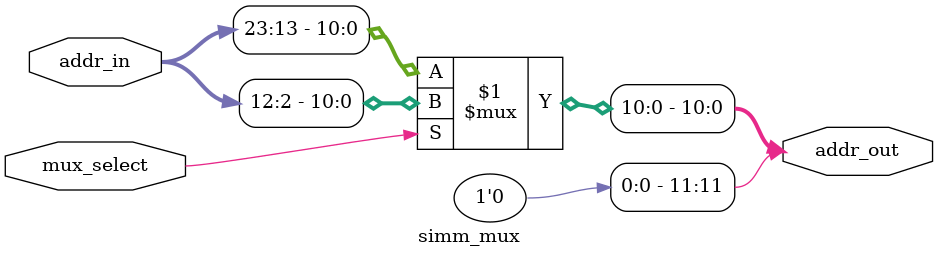
<source format=v>
/* verilator lint_off MULTITOP */

module simm_controller
    (
        input reset,
        input clock,

        input cs,
        input as,
        input ds,
        input rn_w,
        input bank_addr,
        input [3:0] byte_selects,

        output reg write,
        output reg [3:0] ras,
        output reg [3:0] cas,
        output reg waitstate,
        output reg mux_select
    );

	// Define the states
    localparam IDLE = 0;
    localparam MEMRW1 = 1;
    localparam MEMRW2 = 2;
	localparam REFRESH1 = 3;
	localparam REFRESH2 = 4;
	localparam REFRESH3 = 5;
	localparam REFRESH4 = 6;

	reg [7:0] refresh_count;
	integer state;
	reg needs_refresh;

	always @ (posedge clock) begin
		if (reset) begin
			refresh_count <= 8'd0;
			write <= 1'b0;
			mux_select <= 1'b1;
			ras <= 4'b0000;
			cas <= 4'b0000;
			waitstate <= 1'b1;
            needs_refresh <= 1'b0;
			state <= IDLE;
		end else begin
			refresh_count <= refresh_count + 8'd1;
			if (refresh_count == 8'd250) begin
				refresh_count <= 8'd0;
				needs_refresh <= 1'b1;
			end

			case (state)
				IDLE: begin
					write <= 1'b0;
					mux_select <= 1'b0;
					ras <= 4'b0000;
					cas <= 4'b0000;
					waitstate <= 1'b1;

					if (needs_refresh) begin
						needs_refresh <= 1'b0;
						state <= REFRESH1;
					end else if (cs && ds && as) begin
						write <= ~rn_w;
						if (bank_addr) begin
							ras <= 4'b0101;
						end else begin
							ras <= 4'b1010;
						end
						state <= MEMRW1;
					end else begin
						state <= IDLE;
					end
				end

				MEMRW1: begin
					mux_select <= 1'b1;
					state <= MEMRW2;
				end

				MEMRW2: begin
					if (rn_w == 1'b0) begin
						// Writing? Select only needed bytes
						cas <= byte_selects;
					end else begin
						// Reading? Select them all, needed for cache
						cas <= 4'b1111;
					end

					waitstate <= 1'b0;
					if (as) begin
						state <= MEMRW2;
					end else begin
						state <= IDLE;
					end
				end

				REFRESH1: begin
					cas <= 4'b1111;
					state <= REFRESH2;
				end

				REFRESH2: begin
					ras <= 4'b1111;
					state <= REFRESH3;
				end

				REFRESH3: begin
					cas <= 4'b0000;
					state <= REFRESH4;
				end

				REFRESH4: begin
					ras <= 4'b0000;
					state <= IDLE;
				end
			endcase
		end
	end
endmodule

module simm_mux
	(
		input mux_select,
		input [31:0] addr_in,

		output [11:0] addr_out
	);

	// 8 MB
	// assign addr_out[9:0] <=	    mux_select ?
	// 							    addr_in[9 + 3:3] :
	// 							    addr_in[9 + 10 + 3:10 + 3];
	// assign addr_out [11:10] =    2'b00;

	// 32 MB
	assign addr_out[10:0] = mux_select ?
							addr_in[10 + 2:2] :
							addr_in[10 + 11 + 2:11 + 2];
	assign addr_out[11] = 	1'b0;
endmodule

</source>
